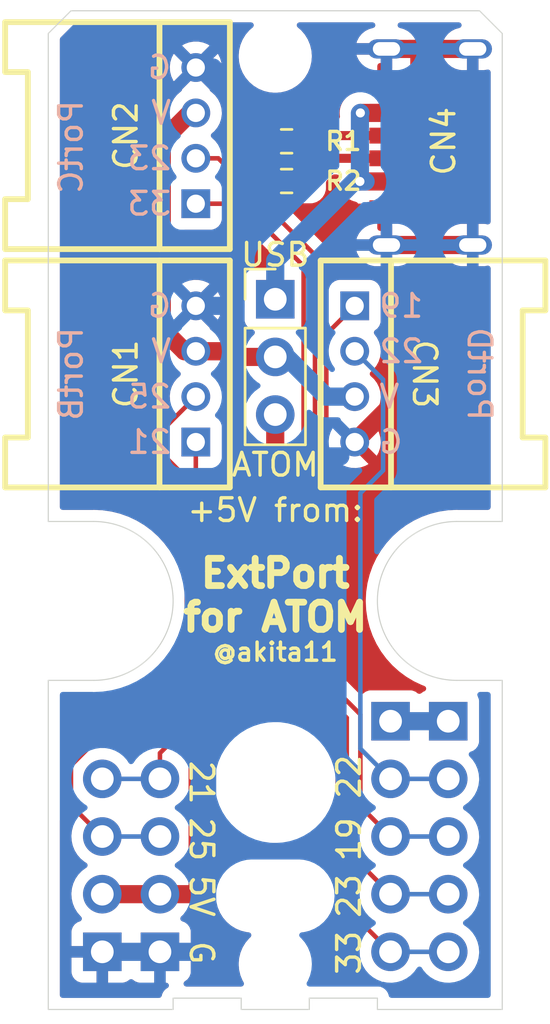
<source format=kicad_pcb>
(kicad_pcb (version 20211014) (generator pcbnew)
  (layers (0 "F.Cu" signal) (31 "B.Cu" signal) (34 "B.Paste" user) (35 "F.Paste" user) (36 "B.SilkS" user "B.Silkscreen") (37 "F.SilkS" user "F.Silkscreen") (38 "B.Mask" user) (39 "F.Mask" user) (44 "Edge.Cuts" user))
  (net 0 "")
  (net 1 "/IO33")
  (net 2 "/IO22")
  (net 3 "+5V")
  (net 4 "GND")
  (net 5 "/IO25")
  (net 6 "/IO19")
  (net 7 "/IO23")
  (net 8 "/IO21")
  (net 9 "+3V3")
  (net 10 "VDD")
  (net 11 "Net-(CN4-PadA5)")
  (net 12 "VBUS")
  (net 13 "Net-(CN4-PadB5)")
  (footprint "Connector_PinHeader_2.54mm:PinHeader_1x04_P2.54mm_Vertical" (layer "F.Cu") (at 2.38 41.46 180)
    (fp_text reference "J2" hide)
    (fp_text value "Conn_01x04" hide)
    (pad "1" thru_hole rect (at 0 0 180) (size 1.7 1.7) (drill 1) (layers *.Cu *.Mask) (net 4 "GND"))
    (pad "2" thru_hole oval (at 0 2.54 180) (size 1.7 1.7) (drill 1) (layers *.Cu *.Mask) (net 3 "+5V"))
    (pad "3" thru_hole oval (at 0 5.08 180) (size 1.7 1.7) (drill 1) (layers *.Cu *.Mask) (net 5 "/IO25"))
    (pad "4" thru_hole oval (at 0 7.62 180) (size 1.7 1.7) (drill 1) (layers *.Cu *.Mask) (net 8 "/IO21"))
  )
  (footprint "Resistor_SMD:R_0603_1608Metric" (layer "F.Cu") (at 10.5 7.5 180)
    (fp_text reference "R2" (at -2.5 0) (layer "F.SilkS") (effects (font (size 0.8 0.8))))
    (fp_text value "5.1k")
    (fp_line (start -0.237258 -0.5225) (end 0.237258 -0.5225) (layer "F.SilkS") (width 0.12))
    (fp_line (start -0.237258 0.5225) (end 0.237258 0.5225) (layer "F.SilkS") (width 0.12))
    (pad "1" smd roundrect locked (at -0.825 0 180) (size 0.8 0.95) (layers "F.Cu" "F.Paste" "F.Mask") (net 11 "Net-(CN4-PadA5)"))
    (pad "2" smd roundrect locked (at 0.825 0 180) (size 0.8 0.95) (layers "F.Cu" "F.Paste" "F.Mask") (net 4 "GND"))
  )
  (footprint "Connector_PinHeader_2.54mm:PinHeader_1x03_P2.54mm_Vertical" (layer "F.Cu") (at 10 12.71)
    (fp_text reference "J3" hide)
    (fp_text value "Conn_01x03")
    (fp_line (start -1.33 6.41) (end 1.33 6.41) (layer "F.SilkS") (width 0.12))
    (fp_line (start -1.33 1.27) (end 1.33 1.27) (layer "F.SilkS") (width 0.12))
    (fp_line (start 1.33 1.27) (end 1.33 6.41) (layer "F.SilkS") (width 0.12))
    (fp_line (start -1.33 -1.33) (end 0 -1.33) (layer "F.SilkS") (width 0.12))
    (fp_line (start -1.33 0) (end -1.33 -1.33) (layer "F.SilkS") (width 0.12))
    (fp_line (start -1.33 1.27) (end -1.33 6.41) (layer "F.SilkS") (width 0.12))
    (pad "1" thru_hole rect locked (at 0 0) (size 1.7 1.7) (drill 1) (layers *.Cu *.Mask) (net 12 "VBUS"))
    (pad "2" thru_hole oval locked (at 0 2.54) (size 1.7 1.7) (drill 1) (layers *.Cu *.Mask) (net 10 "VDD"))
    (pad "3" thru_hole oval locked (at 0 5.08) (size 1.7 1.7) (drill 1) (layers *.Cu *.Mask) (net 3 "+5V"))
  )
  (footprint "MountingHole:MountingHole_2.2mm_M2" (layer "F.Cu") (at 10 39)
    (fp_text reference "REF**" hide)
    (fp_text value "MountingHole_2.2mm_M2" hide)
    (pad "" np_thru_hole oval locked (at 0 0) (size 4.2 2.2) (drill oval 4.2 2.2) (layers F&B.Cu *.Mask))
  )
  (footprint "MountingHole:MountingHole_2.2mm_M2" (layer "F.Cu") (at 10 2)
    (fp_text reference "REF**" hide)
    (fp_text value "MountingHole_2.2mm_M2" hide)
    (pad "" np_thru_hole circle locked (at 0 0) (size 2.2 2.2) (drill 2.2) (layers *.Cu *.Mask))
  )
  (footprint "Connector_PinHeader_2.54mm:PinHeader_1x05_P2.54mm_Vertical" (layer "F.Cu") (at 17.62 31.3)
    (fp_text reference "J1" hide)
    (fp_text value "Conn_01x05" hide)
    (pad "1" thru_hole rect (at 0 0) (size 1.7 1.7) (drill 1) (layers *.Cu *.Mask) (net 9 "+3V3"))
    (pad "2" thru_hole oval (at 0 2.54) (size 1.7 1.7) (drill 1) (layers *.Cu *.Mask) (net 2 "/IO22"))
    (pad "3" thru_hole oval (at 0 5.08) (size 1.7 1.7) (drill 1) (layers *.Cu *.Mask) (net 6 "/IO19"))
    (pad "4" thru_hole oval (at 0 7.62) (size 1.7 1.7) (drill 1) (layers *.Cu *.Mask) (net 7 "/IO23"))
    (pad "5" thru_hole oval (at 0 10.16) (size 1.7 1.7) (drill 1) (layers *.Cu *.Mask) (net 1 "/IO33"))
  )
  (footprint "Connector_PinHeader_2.54mm:PinHeader_1x04_P2.54mm_Vertical" (layer "F.Cu") (at 4.92 41.46 180)
    (fp_text reference "J5" hide)
    (fp_text value "Conn_01x04")
    (pad "1" thru_hole rect (at 0 0 180) (size 1.7 1.7) (drill 1) (layers *.Cu *.Mask) (net 4 "GND"))
    (pad "2" thru_hole oval (at 0 2.54 180) (size 1.7 1.7) (drill 1) (layers *.Cu *.Mask) (net 3 "+5V"))
    (pad "3" thru_hole oval (at 0 5.08 180) (size 1.7 1.7) (drill 1) (layers *.Cu *.Mask) (net 5 "/IO25"))
    (pad "4" thru_hole oval (at 0 7.62 180) (size 1.7 1.7) (drill 1) (layers *.Cu *.Mask) (net 8 "/IO21"))
  )
  (footprint "akita:CON_GROVE_H" (layer "F.Cu") (at 13.5 16 -90)
    (fp_text reference "CN3" (at 0 -2.5 -90 unlocked) (layer "F.SilkS") (effects (justify bottom)))
    (fp_text value "CON_GROVE")
    (fp_line (start -5 -8.4) (end -2.8 -8.4) (layer "F.SilkS") (width 0.254))
    (fp_line (start 2.8 -7.4) (end 2.8 -8.4) (layer "F.SilkS") (width 0.254))
    (fp_line (start -5 -1.6) (end -5 1.5) (layer "F.SilkS") (width 0.254))
    (fp_line (start -5 1.5) (end 5 1.5) (layer "F.SilkS") (width 0.254))
    (fp_line (start -2.8 -8.4) (end -2.8 -7.4) (layer "F.SilkS") (width 0.254))
    (fp_line (start -5 -1) (end -5 1) (layer "F.SilkS") (width 0.127))
    (fp_line (start -5 -1.6) (end 5 -1.6) (layer "F.SilkS") (width 0.254))
    (fp_line (start 5 -1.6) (end 5 -8.4) (layer "F.SilkS") (width 0.254))
    (fp_line (start -2.8 -7.4) (end 2.8 -7.4) (layer "F.SilkS") (width 0.254))
    (fp_line (start 5 1.5) (end 5 -1.6) (layer "F.SilkS") (width 0.254))
    (fp_line (start 2.8 -8.4) (end 5 -8.4) (layer "F.SilkS") (width 0.254))
    (fp_line (start -5 -8.4) (end -5 -1.6) (layer "F.SilkS") (width 0.254))
    (pad "1" thru_hole rect locked (at -3 0 270) (size 1.27 1.27) (drill 0.8) (layers *.Cu *.Mask) (net 6 "/IO19"))
    (pad "2" thru_hole circle locked (at -1 0 270) (size 1.27 1.27) (drill 0.8) (layers *.Cu *.Mask) (net 2 "/IO22"))
    (pad "3" thru_hole circle locked (at 1 0 270) (size 1.27 1.27) (drill 0.8) (layers *.Cu *.Mask) (net 10 "VDD"))
    (pad "4" thru_hole circle locked (at 3 0 270) (size 1.27 1.27) (drill 0.8) (layers *.Cu *.Mask) (net 4 "GND"))
  )
  (footprint "Resistor_SMD:R_0603_1608Metric" (layer "F.Cu") (at 10.5 5.75 180)
    (fp_text reference "R1" (at -2.5 0) (layer "F.SilkS") (effects (font (size 0.8 0.8))))
    (fp_text value "5.1k")
    (fp_line (start -0.237258 -0.5225) (end 0.237258 -0.5225) (layer "F.SilkS") (width 0.12))
    (fp_line (start -0.237258 0.5225) (end 0.237258 0.5225) (layer "F.SilkS") (width 0.12))
    (pad "1" smd roundrect locked (at -0.825 0 180) (size 0.8 0.95) (layers "F.Cu" "F.Paste" "F.Mask") (net 13 "Net-(CN4-PadB5)"))
    (pad "2" smd roundrect locked (at 0.825 0 180) (size 0.8 0.95) (layers "F.Cu" "F.Paste" "F.Mask") (net 4 "GND"))
  )
  (footprint "akita:CON_GROVE_H" (layer "F.Cu") (at 6.5 16 90)
    (fp_text reference "CN1" (at 0 -2.5 90 unlocked) (layer "F.SilkS") (effects (justify bottom)))
    (fp_text value "CON_GROVE")
    (fp_line (start -5 -1.6) (end 5 -1.6) (layer "F.SilkS") (width 0.254))
    (fp_line (start 2.8 -7.4) (end 2.8 -8.4) (layer "F.SilkS") (width 0.254))
    (fp_line (start -5 -1.6) (end -5 1.5) (layer "F.SilkS") (width 0.254))
    (fp_line (start -2.8 -7.4) (end 2.8 -7.4) (layer "F.SilkS") (width 0.254))
    (fp_line (start -5 -8.4) (end -2.8 -8.4) (layer "F.SilkS") (width 0.254))
    (fp_line (start 2.8 -8.4) (end 5 -8.4) (layer "F.SilkS") (width 0.254))
    (fp_line (start -5 -8.4) (end -5 -1.6) (layer "F.SilkS") (width 0.254))
    (fp_line (start -5 -1) (end -5 1) (layer "F.SilkS") (width 0.127))
    (fp_line (start -5 1.5) (end 5 1.5) (layer "F.SilkS") (width 0.254))
    (fp_line (start 5 -1.6) (end 5 -8.4) (layer "F.SilkS") (width 0.254))
    (fp_line (start -2.8 -8.4) (end -2.8 -7.4) (layer "F.SilkS") (width 0.254))
    (fp_line (start 5 1.5) (end 5 -1.6) (layer "F.SilkS") (width 0.254))
    (pad "1" thru_hole rect locked (at -3 0 90) (size 1.27 1.27) (drill 0.8) (layers *.Cu *.Mask) (net 8 "/IO21"))
    (pad "2" thru_hole circle locked (at -1 0 90) (size 1.27 1.27) (drill 0.8) (layers *.Cu *.Mask) (net 5 "/IO25"))
    (pad "3" thru_hole circle locked (at 1 0 90) (size 1.27 1.27) (drill 0.8) (layers *.Cu *.Mask) (net 10 "VDD"))
    (pad "4" thru_hole circle locked (at 3 0 90) (size 1.27 1.27) (drill 0.8) (layers *.Cu *.Mask) (net 4 "GND"))
  )
  (footprint "akita:USB-C_6P" (layer "F.Cu") (at 17.75 6 90)
    (fp_text reference "CN4" (at 0.25 0.25 90) (layer "F.SilkS") (effects (justify bottom)))
    (fp_text value "CON_USB-C-6" hide)
    (pad "A5" smd rect (at -0.5 -3 90) (size 0.7 1.2) (layers "F.Cu" "F.Paste" "F.Mask") (net 11 "Net-(CN4-PadA5)"))
    (pad "A9" smd rect (at 1.52 -3 90) (size 0.76 1.2) (layers "F.Cu" "F.Paste" "F.Mask") (net 12 "VBUS"))
    (pad "A12" smd rect (at 2.75 -3 90) (size 0.8 1.2) (layers "F.Cu" "F.Paste" "F.Mask") (net 4 "GND"))
    (pad "B5" smd rect (at 0.5 -3 90) (size 0.7 1.2) (layers "F.Cu" "F.Paste" "F.Mask") (net 13 "Net-(CN4-PadB5)"))
    (pad "B9" smd rect (at -1.52 -3 90) (size 0.76 1.2) (layers "F.Cu" "F.Paste" "F.Mask") (net 12 "VBUS"))
    (pad "B12" smd rect (at -2.75 -3 90) (size 0.8 1.2) (layers "F.Cu" "F.Paste" "F.Mask") (net 4 "GND"))
    (pad "FG" thru_hole roundrect (at 4.32 -2.85 90) (size 0.85 1.7) (drill oval 0.6 1.2) (layers *.Cu *.Mask "F.Paste") (roundrect_rratio 0.5) (net 4 "GND"))
    (pad "FG" thru_hole roundrect (at 4.32 0.95 90) (size 0.85 1.7) (drill oval 0.6 1.2) (layers *.Cu *.Mask "F.Paste") (roundrect_rratio 0.5) (net 4 "GND"))
    (pad "FG" thru_hole roundrect (at -4.32 0.95 90) (size 0.85 1.7) (drill oval 0.6 1.2) (layers *.Cu *.Mask "F.Paste") (roundrect_rratio 0.5) (net 4 "GND"))
    (pad "FG" thru_hole roundrect (at -4.32 -2.85 90) (size 0.85 1.7) (drill oval 0.6 1.2) (layers *.Cu *.Mask "F.Paste") (roundrect_rratio 0.5) (net 4 "GND"))
  )
  (footprint "MountingHole:MountingHole_2.2mm_M2" (layer "F.Cu") (at 10 42)
    (fp_text reference "REF**" hide)
    (fp_text value "MountingHole_2.2mm_M2" hide)
    (pad "" np_thru_hole circle locked (at 0 0) (size 2.2 2.2) (drill 2.2) (layers *.Cu *.Mask))
  )
  (footprint "MountingHole:MountingHole_4.3mm_M4" (layer "F.Cu") (at 10 34)
    (fp_text reference "REF**" hide)
    (fp_text value "MountingHole_4.3mm_M4" hide)
    (pad "" np_thru_hole circle locked (at 0 0) (size 4.3 4.3) (drill 4.3) (layers *.Cu *.Mask))
  )
  (footprint "akita:CON_GROVE_H" (layer "F.Cu") (at 6.5 5.5 90)
    (fp_text reference "CN2" (at 0 -2.5 90 unlocked) (layer "F.SilkS") (effects (justify bottom)))
    (fp_text value "CON_GROVE")
    (fp_line (start -5 -1.6) (end -5 1.5) (layer "F.SilkS") (width 0.254))
    (fp_line (start -5 -8.4) (end -2.8 -8.4) (layer "F.SilkS") (width 0.254))
    (fp_line (start -5 -1) (end -5 1) (layer "F.SilkS") (width 0.127))
    (fp_line (start 2.8 -7.4) (end 2.8 -8.4) (layer "F.SilkS") (width 0.254))
    (fp_line (start 5 1.5) (end 5 -1.6) (layer "F.SilkS") (width 0.254))
    (fp_line (start 2.8 -8.4) (end 5 -8.4) (layer "F.SilkS") (width 0.254))
    (fp_line (start -5 -1.6) (end 5 -1.6) (layer "F.SilkS") (width 0.254))
    (fp_line (start -2.8 -8.4) (end -2.8 -7.4) (layer "F.SilkS") (width 0.254))
    (fp_line (start -2.8 -7.4) (end 2.8 -7.4) (layer "F.SilkS") (width 0.254))
    (fp_line (start 5 -1.6) (end 5 -8.4) (layer "F.SilkS") (width 0.254))
    (fp_line (start -5 -8.4) (end -5 -1.6) (layer "F.SilkS") (width 0.254))
    (fp_line (start -5 1.5) (end 5 1.5) (layer "F.SilkS") (width 0.254))
    (pad "1" thru_hole rect locked (at -3 0 90) (size 1.27 1.27) (drill 0.8) (layers *.Cu *.Mask) (net 1 "/IO33"))
    (pad "2" thru_hole circle locked (at -1 0 90) (size 1.27 1.27) (drill 0.8) (layers *.Cu *.Mask) (net 7 "/IO23"))
    (pad "3" thru_hole circle locked (at 1 0 90) (size 1.27 1.27) (drill 0.8) (layers *.Cu *.Mask) (net 10 "VDD"))
    (pad "4" thru_hole circle locked (at 3 0 90) (size 1.27 1.27) (drill 0.8) (layers *.Cu *.Mask) (net 4 "GND"))
  )
  (footprint "Connector_PinHeader_2.54mm:PinHeader_1x05_P2.54mm_Vertical" (layer "F.Cu") (at 15.08 31.3)
    (fp_text reference "J4" hide)
    (fp_text value "Conn_01x05")
    (pad "1" thru_hole rect (at 0 0) (size 1.7 1.7) (drill 1) (layers *.Cu *.Mask) (net 9 "+3V3"))
    (pad "2" thru_hole oval (at 0 2.54) (size 1.7 1.7) (drill 1) (layers *.Cu *.Mask) (net 2 "/IO22"))
    (pad "3" thru_hole oval (at 0 5.08) (size 1.7 1.7) (drill 1) (layers *.Cu *.Mask) (net 6 "/IO19"))
    (pad "4" thru_hole oval (at 0 7.62) (size 1.7 1.7) (drill 1) (layers *.Cu *.Mask) (net 7 "/IO23"))
    (pad "5" thru_hole oval (at 0 10.16) (size 1.7 1.7) (drill 1) (layers *.Cu *.Mask) (net 1 "/IO33"))
  )
  (gr_line (start 14.5 44) (end 14.5 43.5) (layer "Edge.Cuts") (width 0.05))
  (gr_line (start 20 29.5) (end 20 44) (layer "Edge.Cuts") (width 0.05))
  (gr_line (start 5.5 44) (end 5.5 43.5) (layer "Edge.Cuts") (width 0.05))
  (gr_line (start 0 1) (end 0 22.5) (layer "Edge.Cuts") (width 0.05))
  (gr_line (start 0 29.5) (end 2 29.5) (layer "Edge.Cuts") (width 0.05))
  (gr_line (start 11.5 43.5) (end 11.5 44) (layer "Edge.Cuts") (width 0.05))
  (gr_line (start 14.5 43.5) (end 11.5 43.5) (layer "Edge.Cuts") (width 0.05))
  (gr_arc (start 18 29.5) (mid 14.5 26) (end 18 22.5) (layer "Edge.Cuts") (width 0.05))
  (gr_line (start 19 0) (end 20 1) (layer "Edge.Cuts") (width 0.05))
  (gr_line (start 0 22.5) (end 2 22.5) (layer "Edge.Cuts") (width 0.05))
  (gr_line (start 0 44) (end 0 29.5) (layer "Edge.Cuts") (width 0.05))
  (gr_line (start 8.5 43.5) (end 8.5 44) (layer "Edge.Cuts") (width 0.05))
  (gr_line (start 18 29.5) (end 20 29.5) (layer "Edge.Cuts") (width 0.05))
  (gr_line (start 11.5 44) (end 8.5 44) (layer "Edge.Cuts") (width 0.05))
  (gr_arc (start 2 22.5) (mid 5.5 26) (end 2 29.5) (layer "Edge.Cuts") (width 0.05))
  (gr_line (start 0 1) (end 1 0) (layer "Edge.Cuts") (width 0.05))
  (gr_line (start 1 0) (end 19 0) (layer "Edge.Cuts") (width 0.05))
  (gr_line (start 20 22.5) (end 18 22.5) (layer "Edge.Cuts") (width 0.05))
  (gr_line (start 8 39) (end 12 39) (layer "Edge.Cuts") (width 0.05))
  (gr_line (start 20 44) (end 14.5 44) (layer "Edge.Cuts") (width 0.05))
  (gr_line (start 5.5 43.5) (end 8.5 43.5) (layer "Edge.Cuts") (width 0.05))
  (gr_line (start 5.5 44) (end 0 44) (layer "Edge.Cuts") (width 0.05))
  (gr_line (start 20 1) (end 20 22.5) (layer "Edge.Cuts") (width 0.05))
  (gr_text "PortD" (at 19 16 270) (layer "B.SilkS") (effects (font (size 1 1)) (justify mirror)))
  (gr_text "PortB" (at 1 16 90) (layer "B.SilkS") (effects (font (size 1 1)) (justify mirror)))
  (gr_text "V" (at 5.5 4.5) (layer "B.SilkS") (effects (font (size 1 1)) (justify left mirror)))
  (gr_text "33" (at 5.5 8.5) (layer "B.SilkS") (effects (font (size 1 1)) (justify left mirror)))
  (gr_text "V" (at 5.5 15) (layer "B.SilkS") (effects (font (size 1 1)) (justify left mirror)))
  (gr_text "25" (at 5.5 17) (layer "B.SilkS") (effects (font (size 1 1)) (justify left mirror)))
  (gr_text "PortC" (at 1 6 90) (layer "B.SilkS") (effects (font (size 1 1)) (justify mirror)))
  (gr_text "22" (at 14.5 15) (layer "B.SilkS") (effects (font (size 1 1)) (justify right mirror)))
  (gr_text "G" (at 5.5 13) (layer "B.SilkS") (effects (font (size 1 1)) (justify left mirror)))
  (gr_text "19" (at 14.5 13) (layer "B.SilkS") (effects (font (size 1 1)) (justify right mirror)))
  (gr_text "G" (at 14.5 19) (layer "B.SilkS") (effects (font (size 1 1)) (justify right mirror)))
  (gr_text "23" (at 5.5 6.5) (layer "B.SilkS") (effects (font (size 1 1)) (justify left mirror)))
  (gr_text "G" (at 5.5 2.5) (layer "B.SilkS") (effects (font (size 1 1)) (justify left mirror)))
  (gr_text "V" (at 14.5 17) (layer "B.SilkS") (effects (font (size 1 1)) (justify right mirror)))
  (gr_text "21" (at 5.5 19) (layer "B.SilkS") (effects (font (size 1 1)) (justify left mirror)))
  (gr_text "@akita11" (at 10 28.25) (layer "F.SilkS") (effects (font (size 0.8 0.8))))
  (gr_text "21" (at 6.75 34 270) (layer "F.SilkS") (effects (font (size 1 1))))
  (gr_text "ATOM" (at 10 20) (layer "F.SilkS") (effects (font (size 1 1))))
  (gr_text "25" (at 6.75 36.5 270) (layer "F.SilkS") (effects (font (size 1 1))))
  (gr_text "G" (at 6.75 41.5 270) (layer "F.SilkS") (effects (font (size 1 1))))
  (gr_text "USB" (at 10 10.75) (layer "F.SilkS") (effects (font (size 1 1))))
  (gr_text "5V" (at 6.75 39 270) (layer "F.SilkS") (effects (font (size 1 1))))
  (gr_text "22" (at 13.25 33.75 90) (layer "F.SilkS") (effects (font (size 1 1))))
  (gr_text "33" (at 13.25 41.5 90) (layer "F.SilkS") (effects (font (size 1 1))))
  (gr_text "ExtPort\nfor ATOM" (at 10 25.75) (layer "F.SilkS") (effects (font (size 1.2 1.2) (thickness 0.3))))
  (gr_text "19" (at 13.25 36.5 90) (layer "F.SilkS") (effects (font (size 1 1))))
  (gr_text "23" (at 13.25 39 90) (layer "F.SilkS") (effects (font (size 1 1))))
  (gr_text "+5V from:" (at 10 22) (layer "F.SilkS") (effects (font (size 1 1))))
  (segment (start 12.75 39.13) (end 12.75 31.5) (width 0.2) (layer "F.Cu") (net 1))
  (segment (start 11.25 11.25) (end 8.5 8.5) (width 0.2) (layer "F.Cu") (net 1))
  (segment (start 11.25 30) (end 11.25 11.25) (width 0.2) (layer "F.Cu") (net 1))
  (segment (start 15.08 41.46) (end 12.75 39.13) (width 0.2) (layer "F.Cu") (net 1))
  (segment (start 8.5 8.5) (end 6.5 8.5) (width 0.2) (layer "F.Cu") (net 1))
  (segment (start 12.75 31.5) (end 11.25 30) (width 0.2) (layer "F.Cu") (net 1))
  (segment (start 15.08 41.46) (end 17.62 41.46) (width 0.2) (layer "B.Cu") (net 1))
  (segment (start 13.75 21.25) (end 14.75 20.25) (width 0.2) (layer "B.Cu") (net 2))
  (segment (start 15.08 33.84) (end 13.75 32.51) (width 0.2) (layer "B.Cu") (net 2))
  (segment (start 14.75 20.25) (end 14.75 16.25) (width 0.2) (layer "B.Cu") (net 2))
  (segment (start 15.08 33.84) (end 17.62 33.84) (width 0.2) (layer "B.Cu") (net 2))
  (segment (start 14.75 16.25) (end 13.5 15) (width 0.2) (layer "B.Cu") (net 2))
  (segment (start 13.75 32.51) (end 13.75 21.25) (width 0.2) (layer "B.Cu") (net 2))
  (segment (start 10 29.1451) (end 10 17.79) (width 0.8) (layer "F.Cu") (net 3))
  (segment (start 2.38 38.92) (end 6.58 38.92) (width 0.8) (layer "F.Cu") (net 3))
  (segment (start 6.58 32.5651) (end 10 29.1451) (width 0.8) (layer "F.Cu") (net 3))
  (segment (start 6.58 38.92) (end 6.58 32.5651) (width 0.8) (layer "F.Cu") (net 3))
  (segment (start 16.34952 3.34952) (end 16.34952 1.75) (width 0.8) (layer "F.Cu") (net 4))
  (segment (start 14.9 1.68) (end 15.93 1.68) (width 0.8) (layer "F.Cu") (net 4))
  (segment (start 17 4) (end 16.34952 3.34952) (width 0.8) (layer "F.Cu") (net 4))
  (segment (start 14.9 10.32) (end 18.68 10.32) (width 0.8) (layer "F.Cu") (net 4))
  (segment (start 18.68 1.68) (end 18.75 1.75) (width 0.8) (layer "F.Cu") (net 4))
  (segment (start 15.93 1.68) (end 18.68 1.68) (width 0.8) (layer "F.Cu") (net 4))
  (segment (start 16.27952 1.68) (end 15.93 1.68) (width 0.8) (layer "F.Cu") (net 4))
  (segment (start 9.675 7.5) (end 9.675 5.825) (width 0.4) (layer "F.Cu") (net 4))
  (segment (start 18.68 10.32) (end 18.75 10.25) (width 0.8) (layer "F.Cu") (net 4))
  (segment (start 17 8) (end 17 4) (width 0.8) (layer "F.Cu") (net 4))
  (segment (start 11 4.5) (end 11.75 4.5) (width 0.4) (layer "F.Cu") (net 4))
  (segment (start 13 3.25) (end 15 3.25) (width 0.4) (layer "F.Cu") (net 4))
  (segment (start 14.75 8.75) (end 16.25 8.75) (width 0.8) (layer "F.Cu") (net 4))
  (segment (start 16.34952 8.65048) (end 17 8) (width 0.8) (layer "F.Cu") (net 4))
  (segment (start 16.59952 15.90048) (end 16.59952 8.65048) (width 0.8) (layer "F.Cu") (net 4))
  (segment (start 16.25 3.25) (end 16.34952 3.34952) (width 0.8) (layer "F.Cu") (net 4))
  (segment (start 13.5 19) (end 16.59952 15.90048) (width 0.8) (layer "F.Cu") (net 4))
  (segment (start 16.34952 1.75) (end 16.27952 1.68) (width 0.8) (layer "F.Cu") (net 4))
  (segment (start 14.75 3.25) (end 16.25 3.25) (width 0.8) (layer "F.Cu") (net 4))
  (segment (start 16.25 8.75) (end 16.34952 8.65048) (width 0.8) (layer "F.Cu") (net 4))
  (segment (start 9.675 5.825) (end 11 4.5) (width 0.4) (layer "F.Cu") (net 4))
  (segment (start 11.75 4.5) (end 13 3.25) (width 0.4) (layer "F.Cu") (net 4))
  (segment (start 9.385 19.635) (end 12.865 19.635) (width 0.8) (layer "B.Cu") (net 4))
  (segment (start 8.25 3.5) (end 7.25 2.5) (width 0.8) (layer "B.Cu") (net 4))
  (segment (start 2.38 41.46) (end 4.92 41.46) (width 0.8) (layer "B.Cu") (net 4))
  (segment (start 4.92 41.46) (end 6.57 41.46) (width 0.8) (layer "B.Cu") (net 4))
  (segment (start 6.5 13) (end 8.25 13) (width 0.8) (layer "B.Cu") (net 4))
  (segment (start 6.57 41.46) (end 7 41.03) (width 0.8) (layer "B.Cu") (net 4))
  (segment (start 7 41.03) (end 7 22.02) (width 0.8) (layer "B.Cu") (net 4))
  (segment (start 8.25 18.5) (end 9.385 19.635) (width 0.8) (layer "B.Cu") (net 4))
  (segment (start 7.25 2.5) (end 6.5 2.5) (width 0.8) (layer "B.Cu") (net 4))
  (segment (start 8.25 13) (end 8.25 18.5) (width 0.8) (layer "B.Cu") (net 4))
  (segment (start 8.25 13) (end 8.25 3.5) (width 0.8) (layer "B.Cu") (net 4))
  (segment (start 7 22.02) (end 9.385 19.635) (width 0.8) (layer "B.Cu") (net 4))
  (segment (start 5.25 19.75) (end 5.25 18.25) (width 0.2) (layer "F.Cu") (net 5))
  (segment (start 1 33.25) (end 6.1 28.15) (width 0.2) (layer "F.Cu") (net 5))
  (segment (start 6.1 28.15) (end 6.1 20.6) (width 0.2) (layer "F.Cu") (net 5))
  (segment (start 5.25 18.25) (end 6.5 17) (width 0.2) (layer "F.Cu") (net 5))
  (segment (start 2.38 36.38) (end 1 35) (width 0.2) (layer "F.Cu") (net 5))
  (segment (start 1 35) (end 1 33.25) (width 0.2) (layer "F.Cu") (net 5))
  (segment (start 6.1 20.6) (end 5.25 19.75) (width 0.2) (layer "F.Cu") (net 5))
  (segment (start 2.38 36.38) (end 4.92 36.38) (width 0.2) (layer "B.Cu") (net 5))
  (segment (start 12.25 14.25) (end 13.5 13) (width 0.2) (layer "F.Cu") (net 6))
  (segment (start 12.25 29.5) (end 12.25 14.25) (width 0.2) (layer "F.Cu") (net 6))
  (segment (start 13.75 35.05) (end 13.75 31) (width 0.2) (layer "F.Cu") (net 6))
  (segment (start 13.75 31) (end 12.25 29.5) (width 0.2) (layer "F.Cu") (net 6))
  (segment (start 15.08 36.38) (end 13.75 35.05) (width 0.2) (layer "F.Cu") (net 6))
  (segment (start 15.08 36.38) (end 17.62 36.38) (width 0.2) (layer "B.Cu") (net 6))
  (segment (start 11.75 29.75) (end 11.75 10.757107) (width 0.2) (layer "F.Cu") (net 7))
  (segment (start 13.15 36.99) (end 13.15 31.15) (width 0.2) (layer "F.Cu") (net 7))
  (segment (start 13.15 31.15) (end 11.75 29.75) (width 0.2) (layer "F.Cu") (net 7))
  (segment (start 15.08 38.92) (end 13.15 36.99) (width 0.2) (layer "F.Cu") (net 7))
  (segment (start 11.75 10.757107) (end 7.492893 6.5) (width 0.2) (layer "F.Cu") (net 7))
  (segment (start 7.492893 6.5) (end 6.5 6.5) (width 0.2) (layer "F.Cu") (net 7))
  (segment (start 15.08 38.92) (end 17.62 38.92) (width 0.2) (layer "B.Cu") (net 7))
  (segment (start 4.92 33.84) (end 4.92 32.705) (width 0.2) (layer "F.Cu") (net 8))
  (segment (start 6.5 31.125) (end 6.5 19) (width 0.2) (layer "F.Cu") (net 8))
  (segment (start 4.92 32.705) (end 6.5 31.125) (width 0.2) (layer "F.Cu") (net 8))
  (segment (start 2.38 33.84) (end 4.92 33.84) (width 0.2) (layer "B.Cu") (net 8))
  (segment (start 17.62 31.3) (end 15.08 31.3) (width 0.8) (layer "B.Cu") (net 9))
  (segment (start 6.5 15) (end 8 15) (width 0.8) (layer "F.Cu") (net 10))
  (segment (start 6 15) (end 5 14) (width 0.8) (layer "F.Cu") (net 10))
  (segment (start 8.25 15.25) (end 8 15) (width 0.8) (layer "F.Cu") (net 10))
  (segment (start 5 5.75) (end 6.25 4.5) (width 0.8) (layer "F.Cu") (net 10))
  (segment (start 5 14) (end 5 5.75) (width 0.8) (layer "F.Cu") (net 10))
  (segment (start 6.25 4.5) (end 6.5 4.5) (width 0.8) (layer "F.Cu") (net 10))
  (segment (start 8 15) (end 6 15) (width 0.8) (layer "F.Cu") (net 10))
  (segment (start 10 15.25) (end 8.25 15.25) (width 0.8) (layer "F.Cu") (net 10))
  (segment (start 10 15.25) (end 10.5 15.25) (width 0.8) (layer "B.Cu") (net 10))
  (segment (start 10.5 15.25) (end 12.25 17) (width 0.8) (layer "B.Cu") (net 10))
  (segment (start 12.25 17) (end 13.5 17) (width 0.8) (layer "B.Cu") (net 10))
  (segment (start 11.325 7.5) (end 11.325 7.425) (width 0.4) (layer "F.Cu") (net 11))
  (segment (start 11.325 7.425) (end 12.25 6.5) (width 0.4) (layer "F.Cu") (net 11))
  (segment (start 12.25 6.5) (end 15 6.5) (width 0.4) (layer "F.Cu") (net 11))
  (segment (start 14.73 4.5) (end 14.75 4.48) (width 0.8) (layer "F.Cu") (net 12))
  (segment (start 16.00048 7.398542) (end 16.00048 4.601458) (width 0.8) (layer "F.Cu") (net 12))
  (segment (start 15.899022 4.5) (end 14.75 4.5) (width 0.8) (layer "F.Cu") (net 12))
  (segment (start 14.75 7.52) (end 15.879022 7.52) (width 0.8) (layer "F.Cu") (net 12))
  (segment (start 13.75 4.5) (end 14.73 4.5) (width 0.8) (layer "F.Cu") (net 12))
  (segment (start 15.879022 7.52) (end 16.00048 7.398542) (width 0.8) (layer "F.Cu") (net 12))
  (segment (start 14.75 7.52) (end 13.73 7.52) (width 0.8) (layer "F.Cu") (net 12))
  (segment (start 16.00048 4.601458) (end 15.899022 4.5) (width 0.8) (layer "F.Cu") (net 12))
  (via (at 13.75 4.5) (size 0.8) (drill 0.4) (layers "F.Cu" "B.Cu") (net 12))
  (via (at 13.73 7.52) (size 0.8) (drill 0.4) (layers "F.Cu" "B.Cu") (net 12))
  (segment (start 13.73 7.52) (end 13.73 4.52) (width 0.8) (layer "B.Cu") (net 12))
  (segment (start 10 11) (end 13.48 7.52) (width 0.8) (layer "B.Cu") (net 12))
  (segment (start 13.48 7.52) (end 13.98 7.52) (width 0.8) (layer "B.Cu") (net 12))
  (segment (start 10 12.71) (end 10 11) (width 0.8) (layer "B.Cu") (net 12))
  (segment (start 13.73 4.52) (end 13.75 4.5) (width 0.8) (layer "B.Cu") (net 12))
  (segment (start 15 5.5) (end 11.5 5.5) (width 0.4) (layer "F.Cu") (net 13))
  (segment (start 11.5 5.5) (end 11.25 5.75) (width 0.4) (layer "F.Cu") (net 13))
  (zone (net 4) (net_name "GND") (layer "F.Cu") (connect_pads (clearance 0.508)) (min_thickness 0.254) (fill yes (thermal_gap 0.508) (thermal_bridge_width 0.508))
    (polygon (pts (xy 20 44) (xy 0 44) (xy 0 0) (xy 20 0)))
  )
  (zone (net 4) (net_name "GND") (layer "B.Cu") (connect_pads (clearance 0.508)) (min_thickness 0.254) (fill yes (thermal_gap 0.508) (thermal_bridge_width 0.508))
    (polygon (pts (xy 20 44) (xy 0 44) (xy 0 0) (xy 20 0)))
  )
)
</source>
